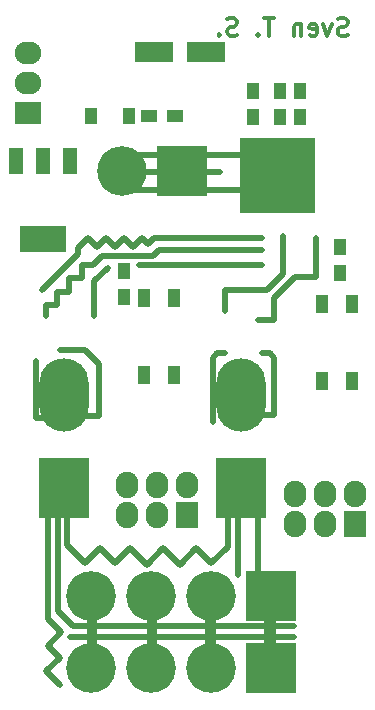
<source format=gbs>
%TF.GenerationSoftware,KiCad,Pcbnew,0.201511171411+6319~30~ubuntu15.10.1-product*%
%TF.CreationDate,2015-12-04T10:58:07+01:00*%
%TF.ProjectId,ESC-Base,4553432D426173652E6B696361645F70,rev?*%
%TF.FileFunction,Soldermask,Bot*%
%FSLAX46Y46*%
G04 Gerber Fmt 4.6, Leading zero omitted, Abs format (unit mm)*
G04 Created by KiCad (PCBNEW 0.201511171411+6319~30~ubuntu15.10.1-product) date Fr 04 Dez 2015 10:58:07 CET*
%MOMM*%
G01*
G04 APERTURE LIST*
%ADD10C,0.100000*%
%ADD11C,0.500000*%
%ADD12C,0.300000*%
%ADD13R,4.200000X5.200000*%
%ADD14O,4.200000X6.200000*%
%ADD15R,4.200000X4.200000*%
%ADD16O,4.200000X4.200000*%
%ADD17C,4.200000*%
%ADD18R,1.927200X2.232000*%
%ADD19O,1.927200X2.232000*%
%ADD20R,3.857600X2.232000*%
%ADD21R,1.216000X2.232000*%
%ADD22R,3.199740X1.800200*%
%ADD23R,1.110000X1.420000*%
%ADD24R,2.232000X1.927200*%
%ADD25O,2.232000X1.927200*%
%ADD26R,1.400000X1.100000*%
%ADD27R,1.100000X1.400000*%
%ADD28R,2.400000X2.400000*%
%ADD29R,1.000100X1.500480*%
G04 APERTURE END LIST*
D10*
D11*
X63119000Y-114935000D02*
X63119000Y-116459000D01*
X62865000Y-112649000D02*
X62865000Y-118110000D01*
X63246000Y-112268000D02*
X62865000Y-112649000D01*
X63881000Y-112268000D02*
X63246000Y-112268000D01*
X67691000Y-112268000D02*
X67056000Y-112268000D01*
X68072000Y-112649000D02*
X67691000Y-112268000D01*
X47879000Y-117729000D02*
X47879000Y-112903000D01*
X48641000Y-117729000D02*
X47879000Y-117729000D01*
X53213000Y-117602000D02*
X51689000Y-117602000D01*
X53213000Y-113157000D02*
X53213000Y-117602000D01*
X52070000Y-112014000D02*
X53213000Y-113157000D01*
X49911000Y-112014000D02*
X52070000Y-112014000D01*
X68072000Y-117475000D02*
X66802000Y-117475000D01*
X68072000Y-112649000D02*
X68072000Y-117475000D01*
X67945000Y-134493000D02*
X67945000Y-137287000D01*
X67437000Y-134493000D02*
X67437000Y-137160000D01*
X62865000Y-134620000D02*
X62865000Y-137414000D01*
X62484000Y-134620000D02*
X62484000Y-137287000D01*
X57912000Y-134747000D02*
X57912000Y-137287000D01*
X57531000Y-134747000D02*
X57531000Y-137287000D01*
X52832000Y-134620000D02*
X52832000Y-137160000D01*
X52451000Y-134620000D02*
X52451000Y-137160000D01*
X66675000Y-125984000D02*
X66675000Y-130937000D01*
X65024000Y-125984000D02*
X65024000Y-131064000D01*
X64135000Y-128651000D02*
X64135000Y-125984000D01*
X62738000Y-130048000D02*
X64135000Y-128651000D01*
X61468000Y-128778000D02*
X62738000Y-130048000D01*
X60071000Y-130175000D02*
X61468000Y-128778000D01*
X58674000Y-128778000D02*
X60071000Y-130175000D01*
X57277000Y-130175000D02*
X58674000Y-128778000D01*
X55880000Y-128778000D02*
X57277000Y-130175000D01*
X54610000Y-130048000D02*
X55880000Y-128778000D01*
X53340000Y-128778000D02*
X54610000Y-130048000D01*
X52070000Y-130048000D02*
X53340000Y-128778000D01*
X50546000Y-128524000D02*
X52070000Y-130048000D01*
X50546000Y-126238000D02*
X50546000Y-128524000D01*
X69723000Y-136271000D02*
X50800000Y-136271000D01*
X51054000Y-135382000D02*
X69723000Y-135382000D01*
X50800000Y-135128000D02*
X51054000Y-135382000D01*
X49784000Y-134112000D02*
X50800000Y-135128000D01*
X49784000Y-126238000D02*
X49784000Y-134112000D01*
X48768000Y-139192000D02*
X49911000Y-140335000D01*
X49911000Y-138049000D02*
X48768000Y-139192000D01*
X48895000Y-137033000D02*
X49911000Y-138049000D01*
X50038000Y-135890000D02*
X48895000Y-137033000D01*
X48895000Y-134747000D02*
X50038000Y-135890000D01*
X48895000Y-126238000D02*
X48895000Y-134747000D01*
X61849000Y-96901000D02*
X63500000Y-96901000D01*
X56769000Y-96901000D02*
X58674000Y-96901000D01*
X55372000Y-98425000D02*
X70358000Y-98425000D01*
X56388000Y-95504000D02*
X69850000Y-95504000D01*
X68072000Y-109474000D02*
X66675000Y-109474000D01*
X68072000Y-107569000D02*
X68072000Y-109474000D01*
X69850000Y-105791000D02*
X68072000Y-107569000D01*
X71628000Y-105791000D02*
X69850000Y-105791000D01*
X71628000Y-102489000D02*
X71628000Y-105791000D01*
X63881000Y-106934000D02*
X63881000Y-108712000D01*
X67437000Y-106934000D02*
X63881000Y-106934000D01*
X68834000Y-105537000D02*
X67437000Y-106934000D01*
X68834000Y-102362000D02*
X68834000Y-105537000D01*
X52832000Y-106172000D02*
X52832000Y-109093000D01*
X53975000Y-105029000D02*
X52832000Y-106172000D01*
X67056000Y-104775000D02*
X56642000Y-104775000D01*
X48768000Y-108204000D02*
X48768000Y-109093000D01*
X49657000Y-108204000D02*
X48768000Y-108204000D01*
X49657000Y-107061000D02*
X49657000Y-108204000D01*
X50673000Y-107061000D02*
X49657000Y-107061000D01*
X50673000Y-105918000D02*
X50673000Y-107061000D01*
X51816000Y-105918000D02*
X50673000Y-105918000D01*
X51816000Y-104775000D02*
X51816000Y-105918000D01*
X52705000Y-104775000D02*
X51816000Y-104775000D01*
X53467000Y-104013000D02*
X52705000Y-104775000D01*
X54102000Y-104013000D02*
X53467000Y-104013000D01*
X57785000Y-104013000D02*
X54102000Y-104013000D01*
X58293000Y-103505000D02*
X57785000Y-104013000D01*
X67056000Y-103505000D02*
X58293000Y-103505000D01*
X51435000Y-103886000D02*
X48387000Y-106934000D01*
X51435000Y-103378000D02*
X51435000Y-103886000D01*
X52324000Y-102489000D02*
X51435000Y-103378000D01*
X53086000Y-103251000D02*
X52324000Y-102489000D01*
X53848000Y-102489000D02*
X53086000Y-103251000D01*
X54610000Y-103251000D02*
X53848000Y-102489000D01*
X55372000Y-102489000D02*
X54610000Y-103251000D01*
X56134000Y-103251000D02*
X55372000Y-102489000D01*
X56896000Y-102489000D02*
X56134000Y-103251000D01*
X57404000Y-102997000D02*
X56896000Y-102489000D01*
X57912000Y-102489000D02*
X57404000Y-102997000D01*
X67056000Y-102489000D02*
X57912000Y-102489000D01*
D12*
X74298285Y-85316143D02*
X74083999Y-85387571D01*
X73726856Y-85387571D01*
X73583999Y-85316143D01*
X73512570Y-85244714D01*
X73441142Y-85101857D01*
X73441142Y-84959000D01*
X73512570Y-84816143D01*
X73583999Y-84744714D01*
X73726856Y-84673286D01*
X74012570Y-84601857D01*
X74155428Y-84530429D01*
X74226856Y-84459000D01*
X74298285Y-84316143D01*
X74298285Y-84173286D01*
X74226856Y-84030429D01*
X74155428Y-83959000D01*
X74012570Y-83887571D01*
X73655428Y-83887571D01*
X73441142Y-83959000D01*
X72941142Y-84387571D02*
X72583999Y-85387571D01*
X72226857Y-84387571D01*
X71084000Y-85316143D02*
X71226857Y-85387571D01*
X71512571Y-85387571D01*
X71655428Y-85316143D01*
X71726857Y-85173286D01*
X71726857Y-84601857D01*
X71655428Y-84459000D01*
X71512571Y-84387571D01*
X71226857Y-84387571D01*
X71084000Y-84459000D01*
X71012571Y-84601857D01*
X71012571Y-84744714D01*
X71726857Y-84887571D01*
X70369714Y-84387571D02*
X70369714Y-85387571D01*
X70369714Y-84530429D02*
X70298286Y-84459000D01*
X70155428Y-84387571D01*
X69941143Y-84387571D01*
X69798286Y-84459000D01*
X69726857Y-84601857D01*
X69726857Y-85387571D01*
X68084000Y-83887571D02*
X67226857Y-83887571D01*
X67655428Y-85387571D02*
X67655428Y-83887571D01*
X66726857Y-85244714D02*
X66655429Y-85316143D01*
X66726857Y-85387571D01*
X66798286Y-85316143D01*
X66726857Y-85244714D01*
X66726857Y-85387571D01*
X64941143Y-85316143D02*
X64726857Y-85387571D01*
X64369714Y-85387571D01*
X64226857Y-85316143D01*
X64155428Y-85244714D01*
X64084000Y-85101857D01*
X64084000Y-84959000D01*
X64155428Y-84816143D01*
X64226857Y-84744714D01*
X64369714Y-84673286D01*
X64655428Y-84601857D01*
X64798286Y-84530429D01*
X64869714Y-84459000D01*
X64941143Y-84316143D01*
X64941143Y-84173286D01*
X64869714Y-84030429D01*
X64798286Y-83959000D01*
X64655428Y-83887571D01*
X64298286Y-83887571D01*
X64084000Y-83959000D01*
X63441143Y-85244714D02*
X63369715Y-85316143D01*
X63441143Y-85387571D01*
X63512572Y-85316143D01*
X63441143Y-85244714D01*
X63441143Y-85387571D01*
D13*
X65278000Y-123698000D03*
D14*
X65278000Y-115798000D03*
D13*
X50292000Y-123698000D03*
D14*
X50292000Y-115798000D03*
D15*
X60261500Y-96837500D03*
D16*
X55181500Y-96837500D03*
D15*
X67818000Y-138938000D03*
D17*
X62738000Y-138938000D03*
X57658000Y-138938000D03*
X52578000Y-138938000D03*
D15*
X67818000Y-132842000D03*
D17*
X62738000Y-132842000D03*
X57658000Y-132842000D03*
X52578000Y-132842000D03*
D18*
X74930000Y-126746000D03*
D19*
X72390000Y-126746000D03*
X69850000Y-126746000D03*
X74930000Y-124206000D03*
X72390000Y-124206000D03*
X69850000Y-124206000D03*
D18*
X60706000Y-125984000D03*
D19*
X58166000Y-125984000D03*
X55626000Y-125984000D03*
X60706000Y-123444000D03*
X58166000Y-123444000D03*
X55626000Y-123444000D03*
D20*
X48514000Y-102616000D03*
D21*
X48514000Y-96012000D03*
X50800000Y-96012000D03*
X46228000Y-96012000D03*
D22*
X57871360Y-86741000D03*
X62270640Y-86741000D03*
D23*
X52530500Y-92138500D03*
X55800500Y-92138500D03*
D24*
X47244000Y-91948000D03*
D25*
X47244000Y-89408000D03*
X47244000Y-86868000D03*
D26*
X57510500Y-92202000D03*
X59710500Y-92202000D03*
D27*
X66294000Y-90086000D03*
X66294000Y-92286000D03*
X70294500Y-90086000D03*
X70294500Y-92286000D03*
X68580000Y-90086000D03*
X68580000Y-92286000D03*
X55372000Y-107526000D03*
X55372000Y-105326000D03*
X73660000Y-105494000D03*
X73660000Y-103294000D03*
D28*
X68332000Y-97186000D03*
X66332000Y-97186000D03*
X66332000Y-95186000D03*
X68332000Y-99186000D03*
X70332000Y-97186000D03*
X70332000Y-99186000D03*
X70332000Y-95186000D03*
X68332000Y-95186000D03*
X66332000Y-99186000D03*
D29*
X59626500Y-107619800D03*
X57086500Y-107619800D03*
X57086500Y-114122200D03*
X59626500Y-114122200D03*
X74676000Y-108127800D03*
X72136000Y-108127800D03*
X72136000Y-114630200D03*
X74676000Y-114630200D03*
M02*

</source>
